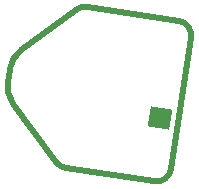
<source format=gbr>
*
G4_C Author: OrCAD GerbTool(tm) 8.1.1 Thu Jun 19 08:57:24 2003*
%LPD*%
%LNstifftop*%
%FSLAX34Y34*%
%MOIN*%
%AD*%
%AMD26R81*
20,1,0.027000,0.000000,-0.036000,0.000000,0.036000,81.300000*
%
%AMD26R81N2*
20,1,0.027000,0.000000,-0.036000,0.000000,0.036000,81.300000*
%
%ADD10C,0.010000*%
%ADD11C,0.020000*%
%ADD12D26R81*%
%ADD13D26R81N2*%
%ADD26R,0.027000X0.072000*%
G4_C OrCAD GerbTool Tool List *
G54D11*
G1X93530Y17454D2*
G75*
G3X93111Y18024I-494J76D1*
G74*
G1X90079Y18488D1*
G75*
G3X89708Y18397I-76J-494D1*
G74*
G1X89026Y13314D2*
G75*
G3X89353Y13116I404J296D1*
G74*
G1X92292Y12667D1*
G1X92861Y13085D2*
G1X93530Y17454D1*
G1X92292Y12667D2*
G75*
G3X92861Y13085I76J494D1*
G74*
G1X89026Y13314D2*
G1X87600Y15255D1*
G75*
G2X87417Y15998I806J592D1*
G74*
G1X87478Y16397D1*
G1X87875Y17051D2*
G1X89708Y18397D1*
G1X87478Y16397D2*
G75*
G2X87875Y17051I988J-151D1*
G74*
G54D13*
G1X92532Y14976D3*
G1X92501Y14778D3*
G1X92471Y14582D3*
M2*

</source>
